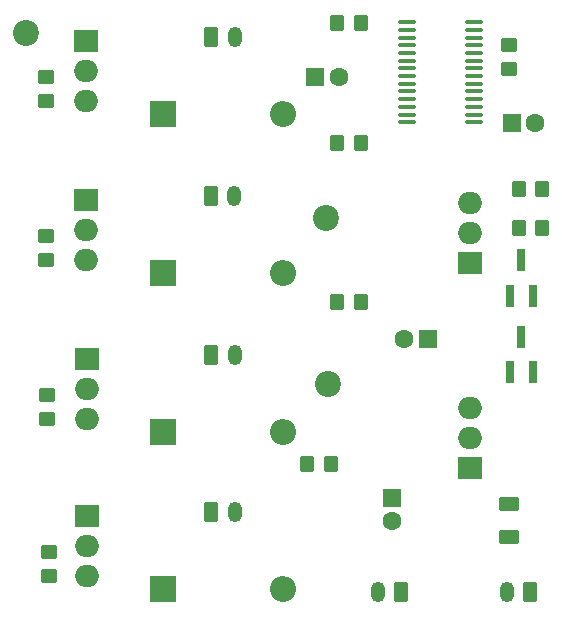
<source format=gbr>
%TF.GenerationSoftware,KiCad,Pcbnew,7.0.7*%
%TF.CreationDate,2024-03-27T23:03:56-04:00*%
%TF.ProjectId,pneu_pwr_brd,706e6575-5f70-4777-925f-6272642e6b69,rev?*%
%TF.SameCoordinates,Original*%
%TF.FileFunction,Soldermask,Top*%
%TF.FilePolarity,Negative*%
%FSLAX46Y46*%
G04 Gerber Fmt 4.6, Leading zero omitted, Abs format (unit mm)*
G04 Created by KiCad (PCBNEW 7.0.7) date 2024-03-27 23:03:56*
%MOMM*%
%LPD*%
G01*
G04 APERTURE LIST*
G04 Aperture macros list*
%AMRoundRect*
0 Rectangle with rounded corners*
0 $1 Rounding radius*
0 $2 $3 $4 $5 $6 $7 $8 $9 X,Y pos of 4 corners*
0 Add a 4 corners polygon primitive as box body*
4,1,4,$2,$3,$4,$5,$6,$7,$8,$9,$2,$3,0*
0 Add four circle primitives for the rounded corners*
1,1,$1+$1,$2,$3*
1,1,$1+$1,$4,$5*
1,1,$1+$1,$6,$7*
1,1,$1+$1,$8,$9*
0 Add four rect primitives between the rounded corners*
20,1,$1+$1,$2,$3,$4,$5,0*
20,1,$1+$1,$4,$5,$6,$7,0*
20,1,$1+$1,$6,$7,$8,$9,0*
20,1,$1+$1,$8,$9,$2,$3,0*%
G04 Aperture macros list end*
%ADD10C,2.200000*%
%ADD11RoundRect,0.250000X-0.350000X-0.625000X0.350000X-0.625000X0.350000X0.625000X-0.350000X0.625000X0*%
%ADD12O,1.200000X1.750000*%
%ADD13R,2.000000X1.905000*%
%ADD14O,2.000000X1.905000*%
%ADD15RoundRect,0.250000X0.450000X-0.350000X0.450000X0.350000X-0.450000X0.350000X-0.450000X-0.350000X0*%
%ADD16R,2.200000X2.200000*%
%ADD17O,2.200000X2.200000*%
%ADD18R,1.600000X1.600000*%
%ADD19C,1.600000*%
%ADD20R,0.800000X1.900000*%
%ADD21RoundRect,0.250000X0.350000X0.625000X-0.350000X0.625000X-0.350000X-0.625000X0.350000X-0.625000X0*%
%ADD22RoundRect,0.250000X0.350000X0.450000X-0.350000X0.450000X-0.350000X-0.450000X0.350000X-0.450000X0*%
%ADD23RoundRect,0.100000X-0.637500X-0.100000X0.637500X-0.100000X0.637500X0.100000X-0.637500X0.100000X0*%
%ADD24RoundRect,0.250000X-0.350000X-0.450000X0.350000X-0.450000X0.350000X0.450000X-0.350000X0.450000X0*%
%ADD25RoundRect,0.250000X0.625000X-0.375000X0.625000X0.375000X-0.625000X0.375000X-0.625000X-0.375000X0*%
G04 APERTURE END LIST*
D10*
%TO.C,REF\u002A\u002A*%
X165227000Y-69088000D03*
%TD*%
D11*
%TO.C,J6*%
X155448000Y-94023000D03*
D12*
X157448000Y-94023000D03*
%TD*%
D13*
%TO.C,U1*%
X177348000Y-72898000D03*
D14*
X177348000Y-70358000D03*
X177348000Y-67818000D03*
%TD*%
D13*
%TO.C,Q6*%
X144978000Y-94361000D03*
D14*
X144978000Y-96901000D03*
X144978000Y-99441000D03*
%TD*%
D11*
%TO.C,J3*%
X155464000Y-53806000D03*
D12*
X157464000Y-53806000D03*
%TD*%
D15*
%TO.C,R9*%
X141605000Y-86090000D03*
X141605000Y-84090000D03*
%TD*%
D16*
%TO.C,D4*%
X151368000Y-100542000D03*
D17*
X161528000Y-100542000D03*
%TD*%
D10*
%TO.C,REF\u002A\u002A*%
X165354000Y-83185000D03*
%TD*%
D18*
%TO.C,C4*%
X170815000Y-92770888D03*
D19*
X170815000Y-94770888D03*
%TD*%
D16*
%TO.C,D2*%
X151368000Y-73745000D03*
D17*
X161528000Y-73745000D03*
%TD*%
D20*
%TO.C,Q1*%
X180787000Y-82145000D03*
X182687000Y-82145000D03*
X181737000Y-79145000D03*
%TD*%
%TO.C,Q2*%
X180787000Y-75668000D03*
X182687000Y-75668000D03*
X181737000Y-72668000D03*
%TD*%
D21*
%TO.C,J2*%
X171561000Y-100753000D03*
D12*
X169561000Y-100753000D03*
%TD*%
D15*
%TO.C,R11*%
X141732000Y-99425000D03*
X141732000Y-97425000D03*
%TD*%
D16*
%TO.C,D1*%
X151368000Y-60283000D03*
D17*
X161528000Y-60283000D03*
%TD*%
D10*
%TO.C,REF\u002A\u002A*%
X139827000Y-53467000D03*
%TD*%
D15*
%TO.C,R7*%
X141478000Y-72628000D03*
X141478000Y-70628000D03*
%TD*%
D22*
%TO.C,R1*%
X183499000Y-66675000D03*
X181499000Y-66675000D03*
%TD*%
D13*
%TO.C,Q3*%
X144851000Y-54102000D03*
D14*
X144851000Y-56642000D03*
X144851000Y-59182000D03*
%TD*%
D23*
%TO.C,U3*%
X172016500Y-52544000D03*
X172016500Y-53194000D03*
X172016500Y-53844000D03*
X172016500Y-54494000D03*
X172016500Y-55144000D03*
X172016500Y-55794000D03*
X172016500Y-56444000D03*
X172016500Y-57094000D03*
X172016500Y-57744000D03*
X172016500Y-58394000D03*
X172016500Y-59044000D03*
X172016500Y-59694000D03*
X172016500Y-60344000D03*
X172016500Y-60994000D03*
X177741500Y-60994000D03*
X177741500Y-60344000D03*
X177741500Y-59694000D03*
X177741500Y-59044000D03*
X177741500Y-58394000D03*
X177741500Y-57744000D03*
X177741500Y-57094000D03*
X177741500Y-56444000D03*
X177741500Y-55794000D03*
X177741500Y-55144000D03*
X177741500Y-54494000D03*
X177741500Y-53844000D03*
X177741500Y-53194000D03*
X177741500Y-52544000D03*
%TD*%
D21*
%TO.C,J1*%
X182483000Y-100753000D03*
D12*
X180483000Y-100753000D03*
%TD*%
D24*
%TO.C,R2*%
X181499000Y-69977000D03*
X183499000Y-69977000D03*
%TD*%
D22*
%TO.C,R4*%
X168132000Y-52578000D03*
X166132000Y-52578000D03*
%TD*%
D18*
%TO.C,C2*%
X173802113Y-79375000D03*
D19*
X171802113Y-79375000D03*
%TD*%
D13*
%TO.C,Q5*%
X144978000Y-81026000D03*
D14*
X144978000Y-83566000D03*
X144978000Y-86106000D03*
%TD*%
D16*
%TO.C,D3*%
X151368000Y-87207000D03*
D17*
X161528000Y-87207000D03*
%TD*%
D11*
%TO.C,J4*%
X155432000Y-67268000D03*
D12*
X157432000Y-67268000D03*
%TD*%
D22*
%TO.C,R8*%
X168148000Y-76200000D03*
X166148000Y-76200000D03*
%TD*%
%TO.C,R10*%
X165592000Y-89916000D03*
X163592000Y-89916000D03*
%TD*%
D11*
%TO.C,J5*%
X155448000Y-80688000D03*
D12*
X157448000Y-80688000D03*
%TD*%
D18*
%TO.C,C3*%
X180908888Y-61087000D03*
D19*
X182908888Y-61087000D03*
%TD*%
D15*
%TO.C,R5*%
X141478000Y-59166000D03*
X141478000Y-57166000D03*
%TD*%
D13*
%TO.C,Q4*%
X144851000Y-67564000D03*
D14*
X144851000Y-70104000D03*
X144851000Y-72644000D03*
%TD*%
D22*
%TO.C,R6*%
X168132000Y-62738000D03*
X166132000Y-62738000D03*
%TD*%
D13*
%TO.C,U2*%
X177348000Y-90297000D03*
D14*
X177348000Y-87757000D03*
X177348000Y-85217000D03*
%TD*%
D25*
%TO.C,F1*%
X180721000Y-96142000D03*
X180721000Y-93342000D03*
%TD*%
D15*
%TO.C,R3*%
X180721000Y-56499000D03*
X180721000Y-54499000D03*
%TD*%
D18*
%TO.C,C1*%
X164271888Y-57150000D03*
D19*
X166271888Y-57150000D03*
%TD*%
M02*

</source>
